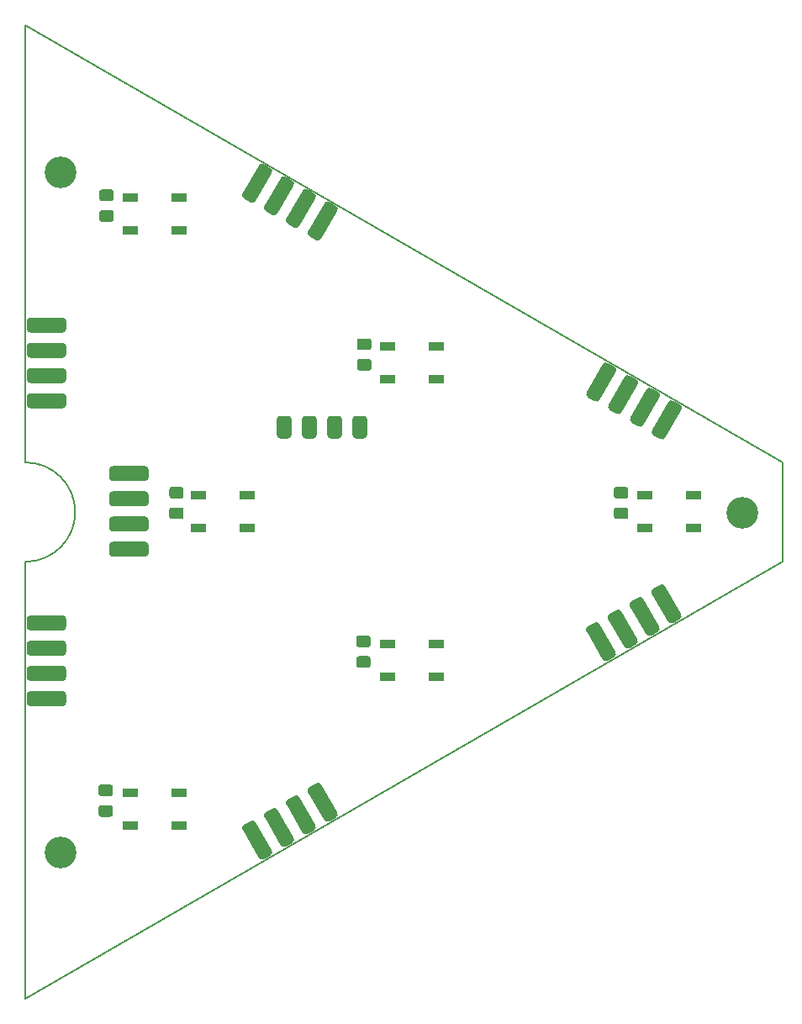
<source format=gbr>
G04 #@! TF.GenerationSoftware,KiCad,Pcbnew,7.0.11+1*
G04 #@! TF.ProjectId,makerspace_sign,6d616b65-7273-4706-9163-655f7369676e,rev?*
G04 #@! TF.SameCoordinates,Original*
G04 #@! TF.FileFunction,Soldermask,Top*
G04 #@! TF.FilePolarity,Negative*
%FSLAX46Y46*%
G04 Gerber Fmt 4.6, Leading zero omitted, Abs format (unit mm)*
%MOMM*%
%LPD*%
G01*
G04 APERTURE LIST*
G04 #@! TA.AperFunction,Profile*
%ADD10C,0.200000*%
G04 #@! TD*
%ADD11C,3.200000*%
%ADD12R,1.500000X0.900000*%
G04 APERTURE END LIST*
D10*
X62000000Y-46400000D02*
X62000000Y-90400000D01*
X62000000Y-100400000D02*
X62000000Y-144400000D01*
X62000000Y-100400000D02*
G75*
G03*
X62000000Y-90400000I0J5000000D01*
G01*
X138210236Y-90400000D02*
X62000000Y-46400000D01*
X62000000Y-144400000D02*
X138210236Y-100400000D01*
X138210236Y-100400000D02*
X138210236Y-90400000D01*
G36*
G01*
X74400000Y-98759000D02*
X74400000Y-99521000D01*
G75*
G02*
X74019000Y-99902000I-381000J0D01*
G01*
X70781000Y-99902000D01*
G75*
G02*
X70400000Y-99521000I0J381000D01*
G01*
X70400000Y-98759000D01*
G75*
G02*
X70781000Y-98378000I381000J0D01*
G01*
X74019000Y-98378000D01*
G75*
G02*
X74400000Y-98759000I0J-381000D01*
G01*
G37*
G36*
G01*
X74400000Y-96219000D02*
X74400000Y-96981000D01*
G75*
G02*
X74019000Y-97362000I-381000J0D01*
G01*
X70781000Y-97362000D01*
G75*
G02*
X70400000Y-96981000I0J381000D01*
G01*
X70400000Y-96219000D01*
G75*
G02*
X70781000Y-95838000I381000J0D01*
G01*
X74019000Y-95838000D01*
G75*
G02*
X74400000Y-96219000I0J-381000D01*
G01*
G37*
G36*
G01*
X74400000Y-93679000D02*
X74400000Y-94441000D01*
G75*
G02*
X74019000Y-94822000I-381000J0D01*
G01*
X70781000Y-94822000D01*
G75*
G02*
X70400000Y-94441000I0J381000D01*
G01*
X70400000Y-93679000D01*
G75*
G02*
X70781000Y-93298000I381000J0D01*
G01*
X74019000Y-93298000D01*
G75*
G02*
X74400000Y-93679000I0J-381000D01*
G01*
G37*
G36*
G01*
X74400000Y-91139000D02*
X74400000Y-91901000D01*
G75*
G02*
X74019000Y-92282000I-381000J0D01*
G01*
X70781000Y-92282000D01*
G75*
G02*
X70400000Y-91901000I0J381000D01*
G01*
X70400000Y-91139000D01*
G75*
G02*
X70781000Y-90758000I381000J0D01*
G01*
X74019000Y-90758000D01*
G75*
G02*
X74400000Y-91139000I0J-381000D01*
G01*
G37*
G36*
G01*
X88431000Y-87993000D02*
X87669000Y-87993000D01*
G75*
G02*
X87288000Y-87612000I0J381000D01*
G01*
X87288000Y-86088000D01*
G75*
G02*
X87669000Y-85707000I381000J0D01*
G01*
X88431000Y-85707000D01*
G75*
G02*
X88812000Y-86088000I0J-381000D01*
G01*
X88812000Y-87612000D01*
G75*
G02*
X88431000Y-87993000I-381000J0D01*
G01*
G37*
G36*
G01*
X90971000Y-87993000D02*
X90209000Y-87993000D01*
G75*
G02*
X89828000Y-87612000I0J381000D01*
G01*
X89828000Y-86088000D01*
G75*
G02*
X90209000Y-85707000I381000J0D01*
G01*
X90971000Y-85707000D01*
G75*
G02*
X91352000Y-86088000I0J-381000D01*
G01*
X91352000Y-87612000D01*
G75*
G02*
X90971000Y-87993000I-381000J0D01*
G01*
G37*
G36*
G01*
X93511000Y-87993000D02*
X92749000Y-87993000D01*
G75*
G02*
X92368000Y-87612000I0J381000D01*
G01*
X92368000Y-86088000D01*
G75*
G02*
X92749000Y-85707000I381000J0D01*
G01*
X93511000Y-85707000D01*
G75*
G02*
X93892000Y-86088000I0J-381000D01*
G01*
X93892000Y-87612000D01*
G75*
G02*
X93511000Y-87993000I-381000J0D01*
G01*
G37*
G36*
G01*
X96051000Y-87993000D02*
X95289000Y-87993000D01*
G75*
G02*
X94908000Y-87612000I0J381000D01*
G01*
X94908000Y-86088000D01*
G75*
G02*
X95289000Y-85707000I381000J0D01*
G01*
X96051000Y-85707000D01*
G75*
G02*
X96432000Y-86088000I0J-381000D01*
G01*
X96432000Y-87612000D01*
G75*
G02*
X96051000Y-87993000I-381000J0D01*
G01*
G37*
D11*
X134150000Y-95450000D03*
G36*
G01*
X84655547Y-64207551D02*
X83995635Y-63826551D01*
G75*
G02*
X83856179Y-63306095I190500J329956D01*
G01*
X85475179Y-60501905D01*
G75*
G02*
X85995635Y-60362449I329956J-190500D01*
G01*
X86655547Y-60743449D01*
G75*
G02*
X86795003Y-61263905I-190500J-329956D01*
G01*
X85176003Y-64068095D01*
G75*
G02*
X84655547Y-64207551I-329956J190500D01*
G01*
G37*
G36*
G01*
X86855252Y-65477551D02*
X86195340Y-65096551D01*
G75*
G02*
X86055884Y-64576095I190500J329956D01*
G01*
X87674884Y-61771905D01*
G75*
G02*
X88195340Y-61632449I329956J-190500D01*
G01*
X88855252Y-62013449D01*
G75*
G02*
X88994708Y-62533905I-190500J-329956D01*
G01*
X87375708Y-65338095D01*
G75*
G02*
X86855252Y-65477551I-329956J190500D01*
G01*
G37*
G36*
G01*
X89054956Y-66747551D02*
X88395044Y-66366551D01*
G75*
G02*
X88255588Y-65846095I190500J329956D01*
G01*
X89874588Y-63041905D01*
G75*
G02*
X90395044Y-62902449I329956J-190500D01*
G01*
X91054956Y-63283449D01*
G75*
G02*
X91194412Y-63803905I-190500J-329956D01*
G01*
X89575412Y-66608095D01*
G75*
G02*
X89054956Y-66747551I-329956J190500D01*
G01*
G37*
G36*
G01*
X91254661Y-68017551D02*
X90594749Y-67636551D01*
G75*
G02*
X90455293Y-67116095I190500J329956D01*
G01*
X92074293Y-64311905D01*
G75*
G02*
X92594749Y-64172449I329956J-190500D01*
G01*
X93254661Y-64553449D01*
G75*
G02*
X93394117Y-65073905I-190500J-329956D01*
G01*
X91775117Y-67878095D01*
G75*
G02*
X91254661Y-68017551I-329956J190500D01*
G01*
G37*
X65550000Y-61200000D03*
G36*
G01*
X121500000Y-92862500D02*
X122450000Y-92862500D01*
G75*
G02*
X122700000Y-93112500I0J-250000D01*
G01*
X122700000Y-93787500D01*
G75*
G02*
X122450000Y-94037500I-250000J0D01*
G01*
X121500000Y-94037500D01*
G75*
G02*
X121250000Y-93787500I0J250000D01*
G01*
X121250000Y-93112500D01*
G75*
G02*
X121500000Y-92862500I250000J0D01*
G01*
G37*
G36*
G01*
X121500000Y-94937500D02*
X122450000Y-94937500D01*
G75*
G02*
X122700000Y-95187500I0J-250000D01*
G01*
X122700000Y-95862500D01*
G75*
G02*
X122450000Y-96112500I-250000J0D01*
G01*
X121500000Y-96112500D01*
G75*
G02*
X121250000Y-95862500I0J250000D01*
G01*
X121250000Y-95187500D01*
G75*
G02*
X121500000Y-94937500I250000J0D01*
G01*
G37*
D12*
X98450000Y-108675000D03*
X98450000Y-111975000D03*
X103350000Y-111975000D03*
X103350000Y-108675000D03*
X124400000Y-93725000D03*
X124400000Y-97025000D03*
X129300000Y-97025000D03*
X129300000Y-93725000D03*
G36*
G01*
X127244749Y-84197449D02*
X127904661Y-84578449D01*
G75*
G02*
X128044117Y-85098905I-190500J-329956D01*
G01*
X126425117Y-87903095D01*
G75*
G02*
X125904661Y-88042551I-329956J190500D01*
G01*
X125244749Y-87661551D01*
G75*
G02*
X125105293Y-87141095I190500J329956D01*
G01*
X126724293Y-84336905D01*
G75*
G02*
X127244749Y-84197449I329956J-190500D01*
G01*
G37*
G36*
G01*
X125045044Y-82927449D02*
X125704956Y-83308449D01*
G75*
G02*
X125844412Y-83828905I-190500J-329956D01*
G01*
X124225412Y-86633095D01*
G75*
G02*
X123704956Y-86772551I-329956J190500D01*
G01*
X123045044Y-86391551D01*
G75*
G02*
X122905588Y-85871095I190500J329956D01*
G01*
X124524588Y-83066905D01*
G75*
G02*
X125045044Y-82927449I329956J-190500D01*
G01*
G37*
G36*
G01*
X122845340Y-81657449D02*
X123505252Y-82038449D01*
G75*
G02*
X123644708Y-82558905I-190500J-329956D01*
G01*
X122025708Y-85363095D01*
G75*
G02*
X121505252Y-85502551I-329956J190500D01*
G01*
X120845340Y-85121551D01*
G75*
G02*
X120705884Y-84601095I190500J329956D01*
G01*
X122324884Y-81796905D01*
G75*
G02*
X122845340Y-81657449I329956J-190500D01*
G01*
G37*
G36*
G01*
X120645635Y-80387449D02*
X121305547Y-80768449D01*
G75*
G02*
X121445003Y-81288905I-190500J-329956D01*
G01*
X119826003Y-84093095D01*
G75*
G02*
X119305547Y-84232551I-329956J190500D01*
G01*
X118645635Y-83851551D01*
G75*
G02*
X118506179Y-83331095I190500J329956D01*
G01*
X120125179Y-80526905D01*
G75*
G02*
X120645635Y-80387449I329956J-190500D01*
G01*
G37*
X98475000Y-78750000D03*
X98475000Y-82050000D03*
X103375000Y-82050000D03*
X103375000Y-78750000D03*
X72525000Y-63750000D03*
X72525000Y-67050000D03*
X77425000Y-67050000D03*
X77425000Y-63750000D03*
G36*
G01*
X66100000Y-113809000D02*
X66100000Y-114571000D01*
G75*
G02*
X65719000Y-114952000I-381000J0D01*
G01*
X62481000Y-114952000D01*
G75*
G02*
X62100000Y-114571000I0J381000D01*
G01*
X62100000Y-113809000D01*
G75*
G02*
X62481000Y-113428000I381000J0D01*
G01*
X65719000Y-113428000D01*
G75*
G02*
X66100000Y-113809000I0J-381000D01*
G01*
G37*
G36*
G01*
X66100000Y-111269000D02*
X66100000Y-112031000D01*
G75*
G02*
X65719000Y-112412000I-381000J0D01*
G01*
X62481000Y-112412000D01*
G75*
G02*
X62100000Y-112031000I0J381000D01*
G01*
X62100000Y-111269000D01*
G75*
G02*
X62481000Y-110888000I381000J0D01*
G01*
X65719000Y-110888000D01*
G75*
G02*
X66100000Y-111269000I0J-381000D01*
G01*
G37*
G36*
G01*
X66100000Y-108729000D02*
X66100000Y-109491000D01*
G75*
G02*
X65719000Y-109872000I-381000J0D01*
G01*
X62481000Y-109872000D01*
G75*
G02*
X62100000Y-109491000I0J381000D01*
G01*
X62100000Y-108729000D01*
G75*
G02*
X62481000Y-108348000I381000J0D01*
G01*
X65719000Y-108348000D01*
G75*
G02*
X66100000Y-108729000I0J-381000D01*
G01*
G37*
G36*
G01*
X66100000Y-106189000D02*
X66100000Y-106951000D01*
G75*
G02*
X65719000Y-107332000I-381000J0D01*
G01*
X62481000Y-107332000D01*
G75*
G02*
X62100000Y-106951000I0J381000D01*
G01*
X62100000Y-106189000D01*
G75*
G02*
X62481000Y-105808000I381000J0D01*
G01*
X65719000Y-105808000D01*
G75*
G02*
X66100000Y-106189000I0J-381000D01*
G01*
G37*
G36*
G01*
X125220044Y-103108449D02*
X125879956Y-102727449D01*
G75*
G02*
X126400412Y-102866905I190500J-329956D01*
G01*
X128019412Y-105671095D01*
G75*
G02*
X127879956Y-106191551I-329956J-190500D01*
G01*
X127220044Y-106572551D01*
G75*
G02*
X126699588Y-106433095I-190500J329956D01*
G01*
X125080588Y-103628905D01*
G75*
G02*
X125220044Y-103108449I329956J190500D01*
G01*
G37*
G36*
G01*
X123020339Y-104378449D02*
X123680251Y-103997449D01*
G75*
G02*
X124200707Y-104136905I190500J-329956D01*
G01*
X125819707Y-106941095D01*
G75*
G02*
X125680251Y-107461551I-329956J-190500D01*
G01*
X125020339Y-107842551D01*
G75*
G02*
X124499883Y-107703095I-190500J329956D01*
G01*
X122880883Y-104898905D01*
G75*
G02*
X123020339Y-104378449I329956J190500D01*
G01*
G37*
G36*
G01*
X120820635Y-105648449D02*
X121480547Y-105267449D01*
G75*
G02*
X122001003Y-105406905I190500J-329956D01*
G01*
X123620003Y-108211095D01*
G75*
G02*
X123480547Y-108731551I-329956J-190500D01*
G01*
X122820635Y-109112551D01*
G75*
G02*
X122300179Y-108973095I-190500J329956D01*
G01*
X120681179Y-106168905D01*
G75*
G02*
X120820635Y-105648449I329956J190500D01*
G01*
G37*
G36*
G01*
X118620930Y-106918449D02*
X119280842Y-106537449D01*
G75*
G02*
X119801298Y-106676905I190500J-329956D01*
G01*
X121420298Y-109481095D01*
G75*
G02*
X121280842Y-110001551I-329956J-190500D01*
G01*
X120620930Y-110382551D01*
G75*
G02*
X120100474Y-110243095I-190500J329956D01*
G01*
X118481474Y-107438905D01*
G75*
G02*
X118620930Y-106918449I329956J190500D01*
G01*
G37*
G36*
G01*
X62100000Y-76956000D02*
X62100000Y-76194000D01*
G75*
G02*
X62481000Y-75813000I381000J0D01*
G01*
X65719000Y-75813000D01*
G75*
G02*
X66100000Y-76194000I0J-381000D01*
G01*
X66100000Y-76956000D01*
G75*
G02*
X65719000Y-77337000I-381000J0D01*
G01*
X62481000Y-77337000D01*
G75*
G02*
X62100000Y-76956000I0J381000D01*
G01*
G37*
G36*
G01*
X62100000Y-79496000D02*
X62100000Y-78734000D01*
G75*
G02*
X62481000Y-78353000I381000J0D01*
G01*
X65719000Y-78353000D01*
G75*
G02*
X66100000Y-78734000I0J-381000D01*
G01*
X66100000Y-79496000D01*
G75*
G02*
X65719000Y-79877000I-381000J0D01*
G01*
X62481000Y-79877000D01*
G75*
G02*
X62100000Y-79496000I0J381000D01*
G01*
G37*
G36*
G01*
X62100000Y-82036000D02*
X62100000Y-81274000D01*
G75*
G02*
X62481000Y-80893000I381000J0D01*
G01*
X65719000Y-80893000D01*
G75*
G02*
X66100000Y-81274000I0J-381000D01*
G01*
X66100000Y-82036000D01*
G75*
G02*
X65719000Y-82417000I-381000J0D01*
G01*
X62481000Y-82417000D01*
G75*
G02*
X62100000Y-82036000I0J381000D01*
G01*
G37*
G36*
G01*
X62100000Y-84576000D02*
X62100000Y-83814000D01*
G75*
G02*
X62481000Y-83433000I381000J0D01*
G01*
X65719000Y-83433000D01*
G75*
G02*
X66100000Y-83814000I0J-381000D01*
G01*
X66100000Y-84576000D01*
G75*
G02*
X65719000Y-84957000I-381000J0D01*
G01*
X62481000Y-84957000D01*
G75*
G02*
X62100000Y-84576000I0J381000D01*
G01*
G37*
X72525000Y-123675000D03*
X72525000Y-126975000D03*
X77425000Y-126975000D03*
X77425000Y-123675000D03*
G36*
G01*
X86655547Y-129981551D02*
X85995635Y-130362551D01*
G75*
G02*
X85475179Y-130223095I-190500J329956D01*
G01*
X83856179Y-127418905D01*
G75*
G02*
X83995635Y-126898449I329956J190500D01*
G01*
X84655547Y-126517449D01*
G75*
G02*
X85176003Y-126656905I190500J-329956D01*
G01*
X86795003Y-129461095D01*
G75*
G02*
X86655547Y-129981551I-329956J-190500D01*
G01*
G37*
G36*
G01*
X88855252Y-128711551D02*
X88195340Y-129092551D01*
G75*
G02*
X87674884Y-128953095I-190500J329956D01*
G01*
X86055884Y-126148905D01*
G75*
G02*
X86195340Y-125628449I329956J190500D01*
G01*
X86855252Y-125247449D01*
G75*
G02*
X87375708Y-125386905I190500J-329956D01*
G01*
X88994708Y-128191095D01*
G75*
G02*
X88855252Y-128711551I-329956J-190500D01*
G01*
G37*
G36*
G01*
X91054956Y-127441551D02*
X90395044Y-127822551D01*
G75*
G02*
X89874588Y-127683095I-190500J329956D01*
G01*
X88255588Y-124878905D01*
G75*
G02*
X88395044Y-124358449I329956J190500D01*
G01*
X89054956Y-123977449D01*
G75*
G02*
X89575412Y-124116905I190500J-329956D01*
G01*
X91194412Y-126921095D01*
G75*
G02*
X91054956Y-127441551I-329956J-190500D01*
G01*
G37*
G36*
G01*
X93254661Y-126171551D02*
X92594749Y-126552551D01*
G75*
G02*
X92074293Y-126413095I-190500J329956D01*
G01*
X90455293Y-123608905D01*
G75*
G02*
X90594749Y-123088449I329956J190500D01*
G01*
X91254661Y-122707449D01*
G75*
G02*
X91775117Y-122846905I190500J-329956D01*
G01*
X93394117Y-125651095D01*
G75*
G02*
X93254661Y-126171551I-329956J-190500D01*
G01*
G37*
G36*
G01*
X95550000Y-107837500D02*
X96500000Y-107837500D01*
G75*
G02*
X96750000Y-108087500I0J-250000D01*
G01*
X96750000Y-108762500D01*
G75*
G02*
X96500000Y-109012500I-250000J0D01*
G01*
X95550000Y-109012500D01*
G75*
G02*
X95300000Y-108762500I0J250000D01*
G01*
X95300000Y-108087500D01*
G75*
G02*
X95550000Y-107837500I250000J0D01*
G01*
G37*
G36*
G01*
X95550000Y-109912500D02*
X96500000Y-109912500D01*
G75*
G02*
X96750000Y-110162500I0J-250000D01*
G01*
X96750000Y-110837500D01*
G75*
G02*
X96500000Y-111087500I-250000J0D01*
G01*
X95550000Y-111087500D01*
G75*
G02*
X95300000Y-110837500I0J250000D01*
G01*
X95300000Y-110162500D01*
G75*
G02*
X95550000Y-109912500I250000J0D01*
G01*
G37*
G36*
G01*
X69675000Y-62912500D02*
X70625000Y-62912500D01*
G75*
G02*
X70875000Y-63162500I0J-250000D01*
G01*
X70875000Y-63837500D01*
G75*
G02*
X70625000Y-64087500I-250000J0D01*
G01*
X69675000Y-64087500D01*
G75*
G02*
X69425000Y-63837500I0J250000D01*
G01*
X69425000Y-63162500D01*
G75*
G02*
X69675000Y-62912500I250000J0D01*
G01*
G37*
G36*
G01*
X69675000Y-64987500D02*
X70625000Y-64987500D01*
G75*
G02*
X70875000Y-65237500I0J-250000D01*
G01*
X70875000Y-65912500D01*
G75*
G02*
X70625000Y-66162500I-250000J0D01*
G01*
X69675000Y-66162500D01*
G75*
G02*
X69425000Y-65912500I0J250000D01*
G01*
X69425000Y-65237500D01*
G75*
G02*
X69675000Y-64987500I250000J0D01*
G01*
G37*
X79400000Y-93700000D03*
X79400000Y-97000000D03*
X84300000Y-97000000D03*
X84300000Y-93700000D03*
D11*
X65550000Y-129650000D03*
G36*
G01*
X69600000Y-122837500D02*
X70550000Y-122837500D01*
G75*
G02*
X70800000Y-123087500I0J-250000D01*
G01*
X70800000Y-123762500D01*
G75*
G02*
X70550000Y-124012500I-250000J0D01*
G01*
X69600000Y-124012500D01*
G75*
G02*
X69350000Y-123762500I0J250000D01*
G01*
X69350000Y-123087500D01*
G75*
G02*
X69600000Y-122837500I250000J0D01*
G01*
G37*
G36*
G01*
X69600000Y-124912500D02*
X70550000Y-124912500D01*
G75*
G02*
X70800000Y-125162500I0J-250000D01*
G01*
X70800000Y-125837500D01*
G75*
G02*
X70550000Y-126087500I-250000J0D01*
G01*
X69600000Y-126087500D01*
G75*
G02*
X69350000Y-125837500I0J250000D01*
G01*
X69350000Y-125162500D01*
G75*
G02*
X69600000Y-124912500I250000J0D01*
G01*
G37*
G36*
G01*
X95625000Y-77912500D02*
X96575000Y-77912500D01*
G75*
G02*
X96825000Y-78162500I0J-250000D01*
G01*
X96825000Y-78837500D01*
G75*
G02*
X96575000Y-79087500I-250000J0D01*
G01*
X95625000Y-79087500D01*
G75*
G02*
X95375000Y-78837500I0J250000D01*
G01*
X95375000Y-78162500D01*
G75*
G02*
X95625000Y-77912500I250000J0D01*
G01*
G37*
G36*
G01*
X95625000Y-79987500D02*
X96575000Y-79987500D01*
G75*
G02*
X96825000Y-80237500I0J-250000D01*
G01*
X96825000Y-80912500D01*
G75*
G02*
X96575000Y-81162500I-250000J0D01*
G01*
X95625000Y-81162500D01*
G75*
G02*
X95375000Y-80912500I0J250000D01*
G01*
X95375000Y-80237500D01*
G75*
G02*
X95625000Y-79987500I250000J0D01*
G01*
G37*
G36*
G01*
X76725000Y-92862500D02*
X77675000Y-92862500D01*
G75*
G02*
X77925000Y-93112500I0J-250000D01*
G01*
X77925000Y-93787500D01*
G75*
G02*
X77675000Y-94037500I-250000J0D01*
G01*
X76725000Y-94037500D01*
G75*
G02*
X76475000Y-93787500I0J250000D01*
G01*
X76475000Y-93112500D01*
G75*
G02*
X76725000Y-92862500I250000J0D01*
G01*
G37*
G36*
G01*
X76725000Y-94937500D02*
X77675000Y-94937500D01*
G75*
G02*
X77925000Y-95187500I0J-250000D01*
G01*
X77925000Y-95862500D01*
G75*
G02*
X77675000Y-96112500I-250000J0D01*
G01*
X76725000Y-96112500D01*
G75*
G02*
X76475000Y-95862500I0J250000D01*
G01*
X76475000Y-95187500D01*
G75*
G02*
X76725000Y-94937500I250000J0D01*
G01*
G37*
M02*

</source>
